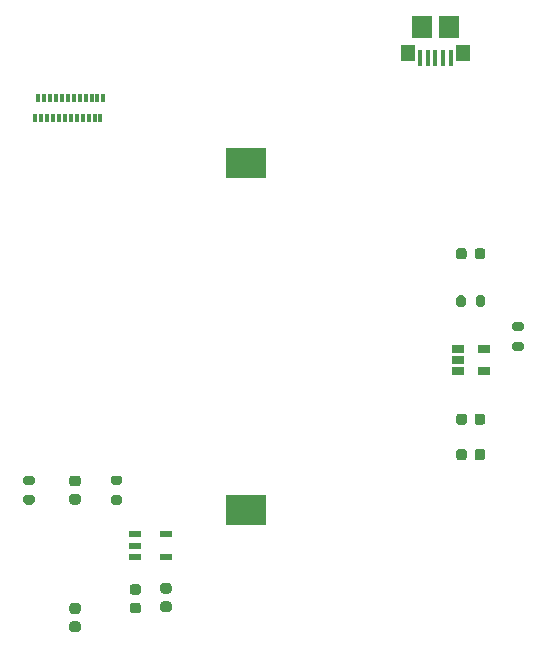
<source format=gbr>
%TF.GenerationSoftware,KiCad,Pcbnew,(5.1.9)-1*%
%TF.CreationDate,2021-08-17T00:54:57-04:00*%
%TF.ProjectId,cargador,63617267-6164-46f7-922e-6b696361645f,rev?*%
%TF.SameCoordinates,Original*%
%TF.FileFunction,Paste,Top*%
%TF.FilePolarity,Positive*%
%FSLAX46Y46*%
G04 Gerber Fmt 4.6, Leading zero omitted, Abs format (unit mm)*
G04 Created by KiCad (PCBNEW (5.1.9)-1) date 2021-08-17 00:54:57*
%MOMM*%
%LPD*%
G01*
G04 APERTURE LIST*
%ADD10R,0.300000X0.700000*%
%ADD11R,1.150000X1.450000*%
%ADD12R,1.750000X1.900000*%
%ADD13R,0.400000X1.400000*%
%ADD14R,1.100000X0.600000*%
%ADD15R,3.510000X2.540000*%
%ADD16R,1.060000X0.650000*%
G04 APERTURE END LIST*
D10*
%TO.C,J1*%
X70900000Y-41820000D03*
X70400000Y-41820000D03*
X69900000Y-41820000D03*
X69400000Y-41820000D03*
X68900000Y-41820000D03*
X68400000Y-41820000D03*
X67900000Y-41820000D03*
X67400000Y-41820000D03*
X66900000Y-41820000D03*
X66400000Y-41820000D03*
X65900000Y-41820000D03*
X65400000Y-41820000D03*
X65650000Y-43520000D03*
X67150000Y-43520000D03*
X66650000Y-43520000D03*
X66150000Y-43520000D03*
X65150000Y-43520000D03*
X67650000Y-43520000D03*
X68150000Y-43520000D03*
X68650000Y-43520000D03*
X69150000Y-43520000D03*
X69650000Y-43520000D03*
X70150000Y-43520000D03*
X70650000Y-43520000D03*
%TD*%
D11*
%TO.C,USB_IN1*%
X101320000Y-38030000D03*
X96680000Y-38030000D03*
D12*
X100125000Y-35800000D03*
D13*
X99000000Y-38450000D03*
X98350000Y-38450000D03*
X97700000Y-38450000D03*
X100300000Y-38450000D03*
X99650000Y-38450000D03*
D12*
X97875000Y-35800000D03*
%TD*%
%TO.C,R202*%
G36*
G01*
X101575000Y-58725000D02*
X101575000Y-59275000D01*
G75*
G02*
X101375000Y-59475000I-200000J0D01*
G01*
X100975000Y-59475000D01*
G75*
G02*
X100775000Y-59275000I0J200000D01*
G01*
X100775000Y-58725000D01*
G75*
G02*
X100975000Y-58525000I200000J0D01*
G01*
X101375000Y-58525000D01*
G75*
G02*
X101575000Y-58725000I0J-200000D01*
G01*
G37*
G36*
G01*
X103225000Y-58725000D02*
X103225000Y-59275000D01*
G75*
G02*
X103025000Y-59475000I-200000J0D01*
G01*
X102625000Y-59475000D01*
G75*
G02*
X102425000Y-59275000I0J200000D01*
G01*
X102425000Y-58725000D01*
G75*
G02*
X102625000Y-58525000I200000J0D01*
G01*
X103025000Y-58525000D01*
G75*
G02*
X103225000Y-58725000I0J-200000D01*
G01*
G37*
%TD*%
%TO.C,R201*%
G36*
G01*
X105725000Y-62425000D02*
X106275000Y-62425000D01*
G75*
G02*
X106475000Y-62625000I0J-200000D01*
G01*
X106475000Y-63025000D01*
G75*
G02*
X106275000Y-63225000I-200000J0D01*
G01*
X105725000Y-63225000D01*
G75*
G02*
X105525000Y-63025000I0J200000D01*
G01*
X105525000Y-62625000D01*
G75*
G02*
X105725000Y-62425000I200000J0D01*
G01*
G37*
G36*
G01*
X105725000Y-60775000D02*
X106275000Y-60775000D01*
G75*
G02*
X106475000Y-60975000I0J-200000D01*
G01*
X106475000Y-61375000D01*
G75*
G02*
X106275000Y-61575000I-200000J0D01*
G01*
X105725000Y-61575000D01*
G75*
G02*
X105525000Y-61375000I0J200000D01*
G01*
X105525000Y-60975000D01*
G75*
G02*
X105725000Y-60775000I200000J0D01*
G01*
G37*
%TD*%
%TO.C,R102*%
G36*
G01*
X64875000Y-74575000D02*
X64325000Y-74575000D01*
G75*
G02*
X64125000Y-74375000I0J200000D01*
G01*
X64125000Y-73975000D01*
G75*
G02*
X64325000Y-73775000I200000J0D01*
G01*
X64875000Y-73775000D01*
G75*
G02*
X65075000Y-73975000I0J-200000D01*
G01*
X65075000Y-74375000D01*
G75*
G02*
X64875000Y-74575000I-200000J0D01*
G01*
G37*
G36*
G01*
X64875000Y-76225000D02*
X64325000Y-76225000D01*
G75*
G02*
X64125000Y-76025000I0J200000D01*
G01*
X64125000Y-75625000D01*
G75*
G02*
X64325000Y-75425000I200000J0D01*
G01*
X64875000Y-75425000D01*
G75*
G02*
X65075000Y-75625000I0J-200000D01*
G01*
X65075000Y-76025000D01*
G75*
G02*
X64875000Y-76225000I-200000J0D01*
G01*
G37*
%TD*%
%TO.C,R101*%
G36*
G01*
X71725000Y-75425000D02*
X72275000Y-75425000D01*
G75*
G02*
X72475000Y-75625000I0J-200000D01*
G01*
X72475000Y-76025000D01*
G75*
G02*
X72275000Y-76225000I-200000J0D01*
G01*
X71725000Y-76225000D01*
G75*
G02*
X71525000Y-76025000I0J200000D01*
G01*
X71525000Y-75625000D01*
G75*
G02*
X71725000Y-75425000I200000J0D01*
G01*
G37*
G36*
G01*
X71725000Y-73775000D02*
X72275000Y-73775000D01*
G75*
G02*
X72475000Y-73975000I0J-200000D01*
G01*
X72475000Y-74375000D01*
G75*
G02*
X72275000Y-74575000I-200000J0D01*
G01*
X71725000Y-74575000D01*
G75*
G02*
X71525000Y-74375000I0J200000D01*
G01*
X71525000Y-73975000D01*
G75*
G02*
X71725000Y-73775000I200000J0D01*
G01*
G37*
%TD*%
%TO.C,L101*%
G36*
G01*
X73343750Y-84550000D02*
X73856250Y-84550000D01*
G75*
G02*
X74075000Y-84768750I0J-218750D01*
G01*
X74075000Y-85206250D01*
G75*
G02*
X73856250Y-85425000I-218750J0D01*
G01*
X73343750Y-85425000D01*
G75*
G02*
X73125000Y-85206250I0J218750D01*
G01*
X73125000Y-84768750D01*
G75*
G02*
X73343750Y-84550000I218750J0D01*
G01*
G37*
G36*
G01*
X73343750Y-82975000D02*
X73856250Y-82975000D01*
G75*
G02*
X74075000Y-83193750I0J-218750D01*
G01*
X74075000Y-83631250D01*
G75*
G02*
X73856250Y-83850000I-218750J0D01*
G01*
X73343750Y-83850000D01*
G75*
G02*
X73125000Y-83631250I0J218750D01*
G01*
X73125000Y-83193750D01*
G75*
G02*
X73343750Y-82975000I218750J0D01*
G01*
G37*
%TD*%
%TO.C,D1*%
G36*
G01*
X101650000Y-54743750D02*
X101650000Y-55256250D01*
G75*
G02*
X101431250Y-55475000I-218750J0D01*
G01*
X100993750Y-55475000D01*
G75*
G02*
X100775000Y-55256250I0J218750D01*
G01*
X100775000Y-54743750D01*
G75*
G02*
X100993750Y-54525000I218750J0D01*
G01*
X101431250Y-54525000D01*
G75*
G02*
X101650000Y-54743750I0J-218750D01*
G01*
G37*
G36*
G01*
X103225000Y-54743750D02*
X103225000Y-55256250D01*
G75*
G02*
X103006250Y-55475000I-218750J0D01*
G01*
X102568750Y-55475000D01*
G75*
G02*
X102350000Y-55256250I0J218750D01*
G01*
X102350000Y-54743750D01*
G75*
G02*
X102568750Y-54525000I218750J0D01*
G01*
X103006250Y-54525000D01*
G75*
G02*
X103225000Y-54743750I0J-218750D01*
G01*
G37*
%TD*%
%TO.C,C202*%
G36*
G01*
X102325000Y-72250000D02*
X102325000Y-71750000D01*
G75*
G02*
X102550000Y-71525000I225000J0D01*
G01*
X103000000Y-71525000D01*
G75*
G02*
X103225000Y-71750000I0J-225000D01*
G01*
X103225000Y-72250000D01*
G75*
G02*
X103000000Y-72475000I-225000J0D01*
G01*
X102550000Y-72475000D01*
G75*
G02*
X102325000Y-72250000I0J225000D01*
G01*
G37*
G36*
G01*
X100775000Y-72250000D02*
X100775000Y-71750000D01*
G75*
G02*
X101000000Y-71525000I225000J0D01*
G01*
X101450000Y-71525000D01*
G75*
G02*
X101675000Y-71750000I0J-225000D01*
G01*
X101675000Y-72250000D01*
G75*
G02*
X101450000Y-72475000I-225000J0D01*
G01*
X101000000Y-72475000D01*
G75*
G02*
X100775000Y-72250000I0J225000D01*
G01*
G37*
%TD*%
%TO.C,C201*%
G36*
G01*
X102325000Y-69250000D02*
X102325000Y-68750000D01*
G75*
G02*
X102550000Y-68525000I225000J0D01*
G01*
X103000000Y-68525000D01*
G75*
G02*
X103225000Y-68750000I0J-225000D01*
G01*
X103225000Y-69250000D01*
G75*
G02*
X103000000Y-69475000I-225000J0D01*
G01*
X102550000Y-69475000D01*
G75*
G02*
X102325000Y-69250000I0J225000D01*
G01*
G37*
G36*
G01*
X100775000Y-69250000D02*
X100775000Y-68750000D01*
G75*
G02*
X101000000Y-68525000I225000J0D01*
G01*
X101450000Y-68525000D01*
G75*
G02*
X101675000Y-68750000I0J-225000D01*
G01*
X101675000Y-69250000D01*
G75*
G02*
X101450000Y-69475000I-225000J0D01*
G01*
X101000000Y-69475000D01*
G75*
G02*
X100775000Y-69250000I0J225000D01*
G01*
G37*
%TD*%
%TO.C,C103*%
G36*
G01*
X68250000Y-86125000D02*
X68750000Y-86125000D01*
G75*
G02*
X68975000Y-86350000I0J-225000D01*
G01*
X68975000Y-86800000D01*
G75*
G02*
X68750000Y-87025000I-225000J0D01*
G01*
X68250000Y-87025000D01*
G75*
G02*
X68025000Y-86800000I0J225000D01*
G01*
X68025000Y-86350000D01*
G75*
G02*
X68250000Y-86125000I225000J0D01*
G01*
G37*
G36*
G01*
X68250000Y-84575000D02*
X68750000Y-84575000D01*
G75*
G02*
X68975000Y-84800000I0J-225000D01*
G01*
X68975000Y-85250000D01*
G75*
G02*
X68750000Y-85475000I-225000J0D01*
G01*
X68250000Y-85475000D01*
G75*
G02*
X68025000Y-85250000I0J225000D01*
G01*
X68025000Y-84800000D01*
G75*
G02*
X68250000Y-84575000I225000J0D01*
G01*
G37*
%TD*%
%TO.C,C102*%
G36*
G01*
X68250000Y-75325000D02*
X68750000Y-75325000D01*
G75*
G02*
X68975000Y-75550000I0J-225000D01*
G01*
X68975000Y-76000000D01*
G75*
G02*
X68750000Y-76225000I-225000J0D01*
G01*
X68250000Y-76225000D01*
G75*
G02*
X68025000Y-76000000I0J225000D01*
G01*
X68025000Y-75550000D01*
G75*
G02*
X68250000Y-75325000I225000J0D01*
G01*
G37*
G36*
G01*
X68250000Y-73775000D02*
X68750000Y-73775000D01*
G75*
G02*
X68975000Y-74000000I0J-225000D01*
G01*
X68975000Y-74450000D01*
G75*
G02*
X68750000Y-74675000I-225000J0D01*
G01*
X68250000Y-74675000D01*
G75*
G02*
X68025000Y-74450000I0J225000D01*
G01*
X68025000Y-74000000D01*
G75*
G02*
X68250000Y-73775000I225000J0D01*
G01*
G37*
%TD*%
%TO.C,C101*%
G36*
G01*
X76450000Y-83775000D02*
X75950000Y-83775000D01*
G75*
G02*
X75725000Y-83550000I0J225000D01*
G01*
X75725000Y-83100000D01*
G75*
G02*
X75950000Y-82875000I225000J0D01*
G01*
X76450000Y-82875000D01*
G75*
G02*
X76675000Y-83100000I0J-225000D01*
G01*
X76675000Y-83550000D01*
G75*
G02*
X76450000Y-83775000I-225000J0D01*
G01*
G37*
G36*
G01*
X76450000Y-85325000D02*
X75950000Y-85325000D01*
G75*
G02*
X75725000Y-85100000I0J225000D01*
G01*
X75725000Y-84650000D01*
G75*
G02*
X75950000Y-84425000I225000J0D01*
G01*
X76450000Y-84425000D01*
G75*
G02*
X76675000Y-84650000I0J-225000D01*
G01*
X76675000Y-85100000D01*
G75*
G02*
X76450000Y-85325000I-225000J0D01*
G01*
G37*
%TD*%
D14*
%TO.C,BUCK3.3*%
X76200000Y-78750000D03*
X76200000Y-80650000D03*
X73600000Y-80650000D03*
X73600000Y-79700000D03*
X73600000Y-78750000D03*
%TD*%
D15*
%TO.C,BT1*%
X83000000Y-47320000D03*
X83000000Y-76680000D03*
%TD*%
D16*
%TO.C,BMSLI-ION1*%
X103100000Y-63050000D03*
X103100000Y-64950000D03*
X100900000Y-64950000D03*
X100900000Y-64000000D03*
X100900000Y-63050000D03*
%TD*%
M02*

</source>
